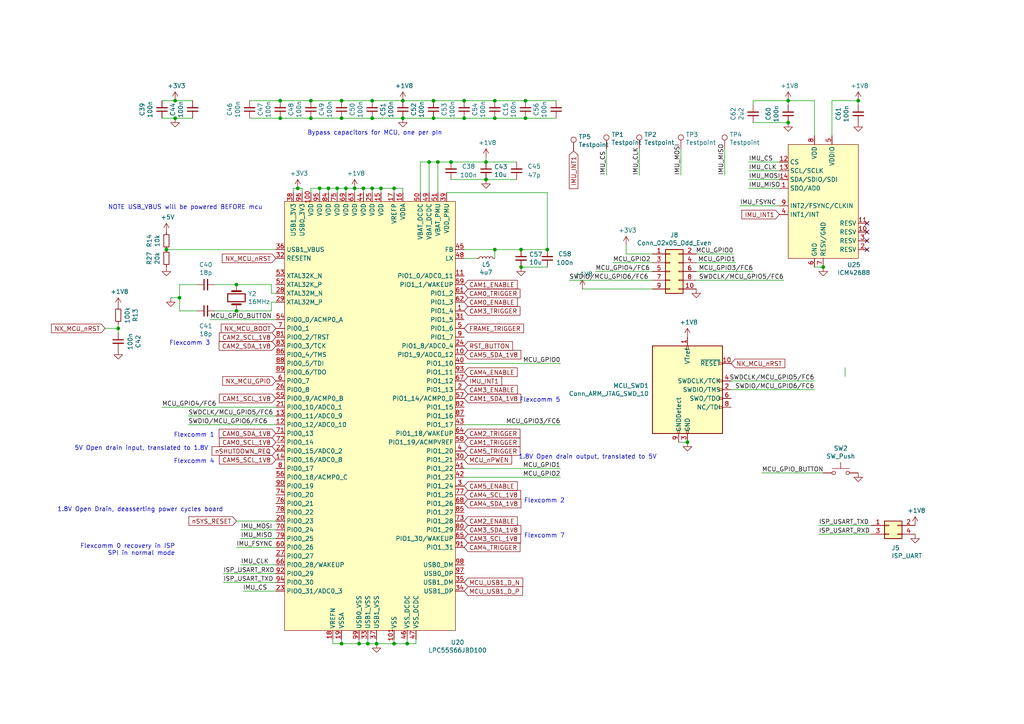
<source format=kicad_sch>
(kicad_sch (version 20200714) (host eeschema "5.99.0-unknown-6296b4e~102~ubuntu18.04.1")
  (page 1 6)
  (paper "A4")
  (junction (at 34.29 95.25))
  (junction (at 48.26 72.39))
  (junction (at 50.8 29.21))
  (junction (at 50.8 34.29))
  (junction (at 52.07 86.36))
  (junction (at 68.58 82.55))
  (junction (at 68.58 90.17))
  (junction (at 81.28 29.21))
  (junction (at 81.28 34.29))
  (junction (at 86.36 54.61))
  (junction (at 90.17 29.21))
  (junction (at 90.17 34.29))
  (junction (at 92.71 54.61))
  (junction (at 95.25 54.61))
  (junction (at 97.79 54.61))
  (junction (at 99.06 29.21))
  (junction (at 99.06 34.29))
  (junction (at 99.06 186.69))
  (junction (at 100.33 54.61))
  (junction (at 102.87 54.61))
  (junction (at 104.14 186.69))
  (junction (at 105.41 54.61))
  (junction (at 106.68 186.69))
  (junction (at 107.95 29.21))
  (junction (at 107.95 34.29))
  (junction (at 107.95 54.61))
  (junction (at 109.22 186.69))
  (junction (at 110.49 54.61))
  (junction (at 114.3 54.61))
  (junction (at 114.3 186.69))
  (junction (at 116.84 29.21))
  (junction (at 116.84 34.29))
  (junction (at 118.11 186.69))
  (junction (at 124.46 46.99))
  (junction (at 125.73 29.21))
  (junction (at 125.73 34.29))
  (junction (at 127 46.99))
  (junction (at 130.81 46.99))
  (junction (at 134.62 29.21))
  (junction (at 134.62 34.29))
  (junction (at 140.97 46.99))
  (junction (at 140.97 52.07))
  (junction (at 143.51 29.21))
  (junction (at 143.51 34.29))
  (junction (at 143.51 72.39))
  (junction (at 151.13 72.39))
  (junction (at 151.13 77.47))
  (junction (at 152.4 29.21))
  (junction (at 152.4 34.29))
  (junction (at 158.75 72.39))
  (junction (at 199.39 128.27))
  (junction (at 228.6 29.21))
  (junction (at 228.6 35.56))
  (junction (at 238.76 77.47))
  (junction (at 248.92 29.21))
  (no_connect (at 251.46 69.85))
  (no_connect (at 251.46 64.77))
  (no_connect (at 251.46 72.39))
  (no_connect (at 251.46 67.31))
  (wire (pts (xy 30.48 95.25) (xy 34.29 95.25)))
  (wire (pts (xy 34.29 95.25) (xy 34.29 93.98)))
  (wire (pts (xy 34.29 95.25) (xy 34.29 96.52)))
  (wire (pts (xy 46.99 29.21) (xy 50.8 29.21)))
  (wire (pts (xy 46.99 34.29) (xy 50.8 34.29)))
  (wire (pts (xy 46.99 118.11) (xy 80.01 118.11)))
  (wire (pts (xy 48.26 72.39) (xy 80.01 72.39)))
  (wire (pts (xy 49.53 86.36) (xy 52.07 86.36)))
  (wire (pts (xy 50.8 29.21) (xy 55.88 29.21)))
  (wire (pts (xy 50.8 34.29) (xy 55.88 34.29)))
  (wire (pts (xy 52.07 82.55) (xy 52.07 86.36)))
  (wire (pts (xy 52.07 82.55) (xy 57.15 82.55)))
  (wire (pts (xy 52.07 86.36) (xy 52.07 90.17)))
  (wire (pts (xy 52.07 90.17) (xy 57.15 90.17)))
  (wire (pts (xy 54.61 120.65) (xy 80.01 120.65)))
  (wire (pts (xy 54.61 123.19) (xy 80.01 123.19)))
  (wire (pts (xy 60.96 92.71) (xy 80.01 92.71)))
  (wire (pts (xy 62.23 82.55) (xy 68.58 82.55)))
  (wire (pts (xy 62.23 90.17) (xy 68.58 90.17)))
  (wire (pts (xy 64.77 166.37) (xy 80.01 166.37)))
  (wire (pts (xy 64.77 168.91) (xy 80.01 168.91)))
  (wire (pts (xy 68.58 90.17) (xy 78.74 90.17)))
  (wire (pts (xy 68.58 151.13) (xy 80.01 151.13)))
  (wire (pts (xy 68.58 158.75) (xy 80.01 158.75)))
  (wire (pts (xy 69.85 153.67) (xy 80.01 153.67)))
  (wire (pts (xy 69.85 156.21) (xy 80.01 156.21)))
  (wire (pts (xy 69.85 163.83) (xy 80.01 163.83)))
  (wire (pts (xy 70.485 171.45) (xy 80.01 171.45)))
  (wire (pts (xy 72.39 29.21) (xy 81.28 29.21)))
  (wire (pts (xy 72.39 34.29) (xy 81.28 34.29)))
  (wire (pts (xy 78.74 82.55) (xy 68.58 82.55)))
  (wire (pts (xy 78.74 85.09) (xy 78.74 82.55)))
  (wire (pts (xy 78.74 87.63) (xy 78.74 90.17)))
  (wire (pts (xy 80.01 85.09) (xy 78.74 85.09)))
  (wire (pts (xy 80.01 87.63) (xy 78.74 87.63)))
  (wire (pts (xy 81.28 29.21) (xy 90.17 29.21)))
  (wire (pts (xy 81.28 34.29) (xy 90.17 34.29)))
  (wire (pts (xy 85.09 54.61) (xy 86.36 54.61)))
  (wire (pts (xy 85.09 55.88) (xy 85.09 54.61)))
  (wire (pts (xy 86.36 54.61) (xy 87.63 54.61)))
  (wire (pts (xy 87.63 55.88) (xy 87.63 54.61)))
  (wire (pts (xy 90.17 29.21) (xy 99.06 29.21)))
  (wire (pts (xy 90.17 34.29) (xy 99.06 34.29)))
  (wire (pts (xy 90.17 54.61) (xy 90.17 55.88)))
  (wire (pts (xy 90.17 54.61) (xy 92.71 54.61)))
  (wire (pts (xy 92.71 54.61) (xy 92.71 55.88)))
  (wire (pts (xy 92.71 54.61) (xy 95.25 54.61)))
  (wire (pts (xy 95.25 54.61) (xy 95.25 55.88)))
  (wire (pts (xy 95.25 54.61) (xy 97.79 54.61)))
  (wire (pts (xy 96.52 185.42) (xy 96.52 186.69)))
  (wire (pts (xy 96.52 186.69) (xy 99.06 186.69)))
  (wire (pts (xy 97.79 54.61) (xy 97.79 55.88)))
  (wire (pts (xy 97.79 54.61) (xy 100.33 54.61)))
  (wire (pts (xy 99.06 29.21) (xy 107.95 29.21)))
  (wire (pts (xy 99.06 34.29) (xy 107.95 34.29)))
  (wire (pts (xy 99.06 185.42) (xy 99.06 186.69)))
  (wire (pts (xy 100.33 54.61) (xy 100.33 55.88)))
  (wire (pts (xy 102.87 54.61) (xy 100.33 54.61)))
  (wire (pts (xy 102.87 55.88) (xy 102.87 54.61)))
  (wire (pts (xy 104.14 185.42) (xy 104.14 186.69)))
  (wire (pts (xy 104.14 186.69) (xy 99.06 186.69)))
  (wire (pts (xy 104.14 186.69) (xy 106.68 186.69)))
  (wire (pts (xy 105.41 54.61) (xy 102.87 54.61)))
  (wire (pts (xy 105.41 54.61) (xy 107.95 54.61)))
  (wire (pts (xy 105.41 55.88) (xy 105.41 54.61)))
  (wire (pts (xy 106.68 185.42) (xy 106.68 186.69)))
  (wire (pts (xy 106.68 186.69) (xy 109.22 186.69)))
  (wire (pts (xy 107.95 29.21) (xy 116.84 29.21)))
  (wire (pts (xy 107.95 34.29) (xy 116.84 34.29)))
  (wire (pts (xy 107.95 54.61) (xy 107.95 55.88)))
  (wire (pts (xy 109.22 185.42) (xy 109.22 186.69)))
  (wire (pts (xy 109.22 186.69) (xy 114.3 186.69)))
  (wire (pts (xy 110.49 54.61) (xy 107.95 54.61)))
  (wire (pts (xy 110.49 54.61) (xy 114.3 54.61)))
  (wire (pts (xy 110.49 55.88) (xy 110.49 54.61)))
  (wire (pts (xy 114.3 54.61) (xy 114.3 55.88)))
  (wire (pts (xy 114.3 54.61) (xy 116.84 54.61)))
  (wire (pts (xy 114.3 185.42) (xy 114.3 186.69)))
  (wire (pts (xy 114.3 186.69) (xy 118.11 186.69)))
  (wire (pts (xy 116.84 29.21) (xy 125.73 29.21)))
  (wire (pts (xy 116.84 34.29) (xy 125.73 34.29)))
  (wire (pts (xy 116.84 54.61) (xy 116.84 55.88)))
  (wire (pts (xy 118.11 185.42) (xy 118.11 186.69)))
  (wire (pts (xy 118.11 186.69) (xy 120.65 186.69)))
  (wire (pts (xy 120.65 186.69) (xy 120.65 185.42)))
  (wire (pts (xy 121.92 46.99) (xy 124.46 46.99)))
  (wire (pts (xy 121.92 55.88) (xy 121.92 46.99)))
  (wire (pts (xy 124.46 46.99) (xy 124.46 55.88)))
  (wire (pts (xy 124.46 46.99) (xy 127 46.99)))
  (wire (pts (xy 125.73 29.21) (xy 134.62 29.21)))
  (wire (pts (xy 125.73 34.29) (xy 134.62 34.29)))
  (wire (pts (xy 127 46.99) (xy 127 55.88)))
  (wire (pts (xy 127 46.99) (xy 130.81 46.99)))
  (wire (pts (xy 129.54 55.88) (xy 158.75 55.88)))
  (wire (pts (xy 130.81 46.99) (xy 140.97 46.99)))
  (wire (pts (xy 130.81 52.07) (xy 140.97 52.07)))
  (wire (pts (xy 134.62 29.21) (xy 143.51 29.21)))
  (wire (pts (xy 134.62 34.29) (xy 143.51 34.29)))
  (wire (pts (xy 134.62 72.39) (xy 143.51 72.39)))
  (wire (pts (xy 134.62 74.93) (xy 138.43 74.93)))
  (wire (pts (xy 134.62 105.41) (xy 162.56 105.41)))
  (wire (pts (xy 134.62 123.19) (xy 162.56 123.19)))
  (wire (pts (xy 134.62 135.89) (xy 162.56 135.89)))
  (wire (pts (xy 134.62 138.43) (xy 162.56 138.43)))
  (wire (pts (xy 140.97 45.72) (xy 140.97 46.99)))
  (wire (pts (xy 140.97 46.99) (xy 149.86 46.99)))
  (wire (pts (xy 140.97 52.07) (xy 149.86 52.07)))
  (wire (pts (xy 143.51 29.21) (xy 152.4 29.21)))
  (wire (pts (xy 143.51 34.29) (xy 152.4 34.29)))
  (wire (pts (xy 143.51 72.39) (xy 143.51 74.93)))
  (wire (pts (xy 143.51 72.39) (xy 151.13 72.39)))
  (wire (pts (xy 151.13 72.39) (xy 158.75 72.39)))
  (wire (pts (xy 151.13 77.47) (xy 158.75 77.47)))
  (wire (pts (xy 152.4 29.21) (xy 161.29 29.21)))
  (wire (pts (xy 152.4 34.29) (xy 161.29 34.29)))
  (wire (pts (xy 158.75 55.88) (xy 158.75 72.39)))
  (wire (pts (xy 165.1 81.28) (xy 189.23 81.28)))
  (wire (pts (xy 168.91 83.82) (xy 189.23 83.82)))
  (wire (pts (xy 172.72 78.74) (xy 189.23 78.74)))
  (wire (pts (xy 175.895 43.18) (xy 175.895 50.8)))
  (wire (pts (xy 177.8 76.2) (xy 189.23 76.2)))
  (wire (pts (xy 181.61 71.12) (xy 181.61 73.66)))
  (wire (pts (xy 185.42 43.18) (xy 185.42 50.8)))
  (wire (pts (xy 189.23 73.66) (xy 181.61 73.66)))
  (wire (pts (xy 196.85 128.27) (xy 199.39 128.27)))
  (wire (pts (xy 197.485 43.18) (xy 197.485 50.8)))
  (wire (pts (xy 201.93 73.66) (xy 212.725 73.66)))
  (wire (pts (xy 201.93 76.2) (xy 213.36 76.2)))
  (wire (pts (xy 201.93 78.74) (xy 218.44 78.74)))
  (wire (pts (xy 201.93 81.28) (xy 227.33 81.28)))
  (wire (pts (xy 210.185 43.18) (xy 210.185 50.8)))
  (wire (pts (xy 212.09 110.49) (xy 236.22 110.49)))
  (wire (pts (xy 212.09 113.03) (xy 236.22 113.03)))
  (wire (pts (xy 214.63 59.69) (xy 226.06 59.69)))
  (wire (pts (xy 217.17 46.99) (xy 226.06 46.99)))
  (wire (pts (xy 217.17 49.53) (xy 226.06 49.53)))
  (wire (pts (xy 217.17 52.07) (xy 226.06 52.07)))
  (wire (pts (xy 217.17 54.61) (xy 226.06 54.61)))
  (wire (pts (xy 218.44 29.21) (xy 218.44 30.48)))
  (wire (pts (xy 218.44 29.21) (xy 228.6 29.21)))
  (wire (pts (xy 218.44 35.56) (xy 228.6 35.56)))
  (wire (pts (xy 220.98 137.16) (xy 238.76 137.16)))
  (wire (pts (xy 228.6 29.21) (xy 228.6 30.48)))
  (wire (pts (xy 228.6 29.21) (xy 236.22 29.21)))
  (wire (pts (xy 236.22 29.21) (xy 236.22 39.37)))
  (wire (pts (xy 236.22 77.47) (xy 238.76 77.47)))
  (wire (pts (xy 237.49 152.4) (xy 252.73 152.4)))
  (wire (pts (xy 237.49 154.94) (xy 252.73 154.94)))
  (wire (pts (xy 241.3 29.21) (xy 248.92 29.21)))
  (wire (pts (xy 241.3 39.37) (xy 241.3 29.21)))
  (wire (pts (xy 245.11 109.22) (xy 245.11 106.68)))
  (wire (pts (xy 248.92 29.21) (xy 248.92 30.48)))
  (text "5V Open drain input, translated to 1.8V" (at 21.59 130.81 0) (effects (font (size 1.27 1.27)) (justify left bottom)))
  (text "Flexcomm 0 recovery in ISP\nSPI in normal mode" (at 50.8 161.29 180) (effects (font (size 1.27 1.27)) (justify right bottom)))
  (text "Flexcomm 3" (at 60.96 100.33 180) (effects (font (size 1.27 1.27)) (justify right bottom)))
  (text "Flexcomm 1" (at 62.23 127 180) (effects (font (size 1.27 1.27)) (justify right bottom)))
  (text "Flexcomm 4" (at 62.23 134.62 180) (effects (font (size 1.27 1.27)) (justify right bottom)))
  (text "1.8V Open Drain, deasserting power cycles board" (at 64.77 148.59 180) (effects (font (size 1.27 1.27)) (justify right bottom)))
  (text "NOTE USB_VBUS will be powered BEFORE mcu" (at 76.2 60.96 180) (effects (font (size 1.27 1.27)) (justify right bottom)))
  (text "Bypass capacitors for MCU, one per pIn" (at 128.27 39.37 180) (effects (font (size 1.27 1.27)) (justify right bottom)))
  (text "Flexcomm 5" (at 162.56 116.84 180) (effects (font (size 1.27 1.27)) (justify right bottom)))
  (text "Flexcomm 2" (at 163.83 146.05 180) (effects (font (size 1.27 1.27)) (justify right bottom)))
  (text "Flexcomm 7" (at 163.83 156.21 180) (effects (font (size 1.27 1.27)) (justify right bottom)))
  (text "1.8V Open drain output, translated to 5V" (at 190.5 133.35 180) (effects (font (size 1.27 1.27)) (justify right bottom)))
  (label "MCU_GPIO4{slash}FC6" (at 46.99 118.11 0))
  (label "SWDCLK{slash}MCU_GPIO5{slash}FC6" (at 54.61 120.65 0))
  (label "SWDIO{slash}MCU_GPIO6{slash}FC6" (at 54.61 123.19 0))
  (label "MCU_GPIO_BUTTON" (at 60.96 92.71 0))
  (label "ISP_USART_RXD" (at 64.77 166.37 0))
  (label "ISP_USART_TXD" (at 64.77 168.91 0))
  (label "IMU_FSYNC" (at 68.58 158.75 0))
  (label "IMU_MOSI" (at 69.85 153.67 0))
  (label "IMU_MISO" (at 69.85 156.21 0))
  (label "IMU_CLK" (at 69.85 163.83 0))
  (label "IMU_CS" (at 70.485 171.45 0))
  (label "MCU_GPIO0" (at 162.56 105.41 180))
  (label "MCU_GPIO3{slash}FC6" (at 162.56 123.19 180))
  (label "MCU_GPIO1" (at 162.56 135.89 180))
  (label "MCU_GPIO2" (at 162.56 138.43 180))
  (label "SWDIO{slash}MCU_GPIO6{slash}FC6" (at 165.1 81.28 0))
  (label "MCU_GPIO4{slash}FC6" (at 172.72 78.74 0))
  (label "IMU_CS" (at 175.895 50.8 90))
  (label "MCU_GPIO2" (at 177.8 76.2 0))
  (label "IMU_CLK" (at 185.42 50.8 90))
  (label "IMU_MOSI" (at 197.485 50.8 90))
  (label "IMU_MISO" (at 210.185 50.8 90))
  (label "MCU_GPIO0" (at 212.725 73.66 180))
  (label "MCU_GPIO1" (at 213.36 76.2 180))
  (label "IMU_FSYNC" (at 214.63 59.69 0))
  (label "IMU_CS" (at 217.17 46.99 0))
  (label "IMU_CLK" (at 217.17 49.53 0))
  (label "IMU_MOSI" (at 217.17 52.07 0))
  (label "IMU_MISO" (at 217.17 54.61 0))
  (label "MCU_GPIO3{slash}FC6" (at 218.44 78.74 180))
  (label "MCU_GPIO_BUTTON" (at 220.98 137.16 0))
  (label "SWDCLK{slash}MCU_GPIO5{slash}FC6" (at 227.33 81.28 180))
  (label "SWDCLK{slash}MCU_GPIO5{slash}FC6" (at 236.22 110.49 180))
  (label "SWDIO{slash}MCU_GPIO6{slash}FC6" (at 236.22 113.03 180))
  (label "ISP_USART_TXD" (at 237.49 152.4 0))
  (label "ISP_USART_RXD" (at 237.49 154.94 0))
  (global_label "NX_MCU_nRST" (shape input) (at 30.48 95.25 180))
  (global_label "nSYS_RESET" (shape input) (at 68.58 151.13 180))
  (global_label "NX_MCU_nRST" (shape input) (at 80.01 74.93 180))
  (global_label "NX_MCU_BOOT" (shape input) (at 80.01 95.25 180))
  (global_label "CAM2_SCL_1V8" (shape input) (at 80.01 97.79 180))
  (global_label "CAM2_SDA_1V8" (shape input) (at 80.01 100.33 180))
  (global_label "NX_MCU_GPIO" (shape input) (at 80.01 110.49 180))
  (global_label "CAM1_SCL_1V8" (shape input) (at 80.01 115.57 180))
  (global_label "CAM0_SDA_1V8" (shape input) (at 80.01 125.73 180))
  (global_label "CAM0_SCL_1V8" (shape input) (at 80.01 128.27 180))
  (global_label "nSHUTDOWN_REQ" (shape input) (at 80.01 130.81 180))
  (global_label "CAM5_SCL_1V8" (shape input) (at 80.01 133.35 180))
  (global_label "CAM1_ENABLE" (shape input) (at 134.62 82.55 0))
  (global_label "CAM0_TRIGGER" (shape input) (at 134.62 85.09 0))
  (global_label "CAM0_ENABLE" (shape input) (at 134.62 87.63 0))
  (global_label "CAM3_TRIGGER" (shape input) (at 134.62 90.17 0))
  (global_label "FRAME_TRIGGER" (shape input) (at 134.62 95.25 0))
  (global_label "RST_BUTTON" (shape input) (at 134.62 100.33 0))
  (global_label "CAM5_SDA_1V8" (shape input) (at 134.62 102.87 0))
  (global_label "CAM4_ENABLE" (shape input) (at 134.62 107.95 0))
  (global_label "IMU_INT1" (shape input) (at 134.62 110.49 0))
  (global_label "CAM3_ENABLE" (shape input) (at 134.62 113.03 0))
  (global_label "CAM1_SDA_1V8" (shape input) (at 134.62 115.57 0))
  (global_label "CAM2_TRIGGER" (shape input) (at 134.62 125.73 0))
  (global_label "CAM1_TRIGGER" (shape input) (at 134.62 128.27 0))
  (global_label "CAM5_TRIGGER" (shape input) (at 134.62 130.81 0))
  (global_label "MCU_nPWEN" (shape input) (at 134.62 133.35 0))
  (global_label "CAM5_ENABLE" (shape input) (at 134.62 140.97 0))
  (global_label "CAM4_SCL_1V8" (shape input) (at 134.62 143.51 0))
  (global_label "CAM4_SDA_1V8" (shape input) (at 134.62 146.05 0))
  (global_label "CAM2_ENABLE" (shape input) (at 134.62 151.13 0))
  (global_label "CAM3_SDA_1V8" (shape input) (at 134.62 153.67 0))
  (global_label "CAM3_SCL_1V8" (shape input) (at 134.62 156.21 0))
  (global_label "CAM4_TRIGGER" (shape input) (at 134.62 158.75 0))
  (global_label "MCU_USB1_D_N" (shape input) (at 134.62 168.91 0))
  (global_label "MCU_USB1_D_P" (shape input) (at 134.62 171.45 0))
  (global_label "IMU_INT1" (shape input) (at 166.37 43.815 270))
  (global_label "NX_MCU_nRST" (shape input) (at 212.09 105.41 0))
  (global_label "IMU_INT1" (shape input) (at 226.06 62.23 180))
  (symbol (lib_id "Device:L_Small") (at 140.97 74.93 90) (unit 1)
    (property "Reference" "L5" (at 140.97 76.6888 90))
    (property "Value" "4u7" (at 140.97 78.987 90))
    (property "Footprint" "Inductor_SMD:L_0805_2012Metric" (effects hide))
    (property "D1N" "Digikey" (effects hide))
    (property "D1PN" "490-12073-1-ND" (effects hide))
    (property "MFN" "Murata" (effects hide))
    (property "MPN" "LQM2MPN4R7MG0L" (effects hide))
  )
  (symbol (lib_name "Connector:TestPoint_1") (lib_id "Connector:TestPoint") (at 166.37 43.815 0) (unit 1)
    (property "Reference" "TP5" (at 167.7671 39.6748 0) (effects (justify left)))
    (property "Value" "Testpoint" (at 167.767 41.974 0) (effects (justify left)))
    (property "Footprint" "TestPoint:TestPoint_Pad_D1.0mm" (effects hide))
  )
  (symbol (lib_name "Connector:TestPoint_2") (lib_id "Connector:TestPoint") (at 175.895 43.18 0) (unit 1)
    (property "Reference" "TP1" (at 177.2921 39.0398 0) (effects (justify left)))
    (property "Value" "Testpoint" (at 177.292 41.339 0) (effects (justify left)))
    (property "Footprint" "TestPoint:TestPoint_Pad_D1.0mm" (effects hide))
  )
  (symbol (lib_name "Connector:TestPoint_3") (lib_id "Connector:TestPoint") (at 185.42 43.18 0) (unit 1)
    (property "Reference" "TP2" (at 186.8171 39.0398 0) (effects (justify left)))
    (property "Value" "Testpoint" (at 186.817 41.339 0) (effects (justify left)))
    (property "Footprint" "TestPoint:TestPoint_Pad_D1.0mm" (effects hide))
  )
  (symbol (lib_name "Connector:TestPoint_4") (lib_id "Connector:TestPoint") (at 197.485 43.18 0) (unit 1)
    (property "Reference" "TP3" (at 198.8821 39.0398 0) (effects (justify left)))
    (property "Value" "Testpoint" (at 198.882 41.339 0) (effects (justify left)))
    (property "Footprint" "TestPoint:TestPoint_Pad_D1.0mm" (effects hide))
  )
  (symbol (lib_id "Connector:TestPoint") (at 210.185 43.18 0) (unit 1)
    (property "Reference" "TP4" (at 211.5821 39.0398 0) (effects (justify left)))
    (property "Value" "Testpoint" (at 211.582 41.339 0) (effects (justify left)))
    (property "Footprint" "TestPoint:TestPoint_Pad_D1.0mm" (effects hide))
  )
  (symbol (lib_id "power:+1V8") (at 34.29 88.9 0) (unit 1)
    (property "Reference" "#PWR0211" (effects hide))
    (property "Value" "+1V8" (at 34.6583 84.5756 0))
  )
  (symbol (lib_id "power:+5V") (at 48.26 67.31 0) (unit 1)
    (property "Reference" "#PWR0209" (effects hide))
    (property "Value" "+5V" (at 48.6283 62.9856 0))
  )
  (symbol (lib_id "power:+3.3V") (at 50.8 29.21 0) (unit 1)
    (property "Reference" "#PWR0188" (effects hide))
    (property "Value" "+3.3V" (at 51.181 24.892 0))
  )
  (symbol (lib_id "power:+3V3") (at 86.36 54.61 0) (unit 1)
    (property "Reference" "#PWR0214" (effects hide))
    (property "Value" "+3V3" (at 86.741 50.292 0))
  )
  (symbol (lib_id "power:+1V8") (at 102.87 54.61 0) (unit 1)
    (property "Reference" "#PWR0213" (effects hide))
    (property "Value" "+1V8" (at 103.251 50.292 0))
  )
  (symbol (lib_id "power:+1V8") (at 116.84 29.21 0) (unit 1)
    (property "Reference" "#PWR0208" (effects hide))
    (property "Value" "+1V8" (at 117.2083 24.8856 0))
  )
  (symbol (lib_id "power:+1V8") (at 140.97 45.72 0) (unit 1)
    (property "Reference" "#PWR0219" (effects hide))
    (property "Value" "+1V8" (at 141.351 41.402 0))
  )
  (symbol (lib_id "power:+1V8") (at 168.91 83.82 0) (unit 1)
    (property "Reference" "#PWR0239" (effects hide))
    (property "Value" "+1V8" (at 169.291 79.502 0))
  )
  (symbol (lib_id "power:+3V3") (at 181.61 71.12 0) (unit 1)
    (property "Reference" "#PWR0238" (effects hide))
    (property "Value" "+3V3" (at 181.991 66.802 0))
  )
  (symbol (lib_id "power:+1V8") (at 199.39 97.79 0) (unit 1)
    (property "Reference" "#PWR0217" (effects hide))
    (property "Value" "+1V8" (at 199.771 93.472 0))
  )
  (symbol (lib_id "power:+1V8") (at 228.6 29.21 0) (unit 1)
    (property "Reference" "#PWR0234" (effects hide))
    (property "Value" "+1V8" (at 228.981 24.892 0))
  )
  (symbol (lib_id "power:+1V8") (at 248.92 29.21 0) (unit 1)
    (property "Reference" "#PWR0194" (effects hide))
    (property "Value" "+1V8" (at 249.301 24.892 0))
  )
  (symbol (lib_id "power:+1V8") (at 265.43 152.4 0) (unit 1)
    (property "Reference" "#PWR0237" (effects hide))
    (property "Value" "+1V8" (at 265.811 148.082 0))
  )
  (symbol (lib_id "power:GND") (at 34.29 101.6 0) (unit 1)
    (property "Reference" "#PWR0215" (effects hide))
    (property "Value" "GND" (effects hide))
  )
  (symbol (lib_id "power:GND") (at 48.26 77.47 0) (unit 1)
    (property "Reference" "#PWR0190" (effects hide))
    (property "Value" "GND" (effects hide))
  )
  (symbol (lib_id "power:GND") (at 49.53 86.36 0) (unit 1)
    (property "Reference" "#PWR0212" (effects hide))
    (property "Value" "GND" (effects hide))
  )
  (symbol (lib_id "power:GND") (at 50.8 34.29 0) (unit 1)
    (property "Reference" "#PWR0210" (effects hide))
    (property "Value" "GND" (effects hide))
  )
  (symbol (lib_id "power:GND") (at 109.22 186.69 0) (unit 1)
    (property "Reference" "#PWR0207" (effects hide))
    (property "Value" "GND" (effects hide))
  )
  (symbol (lib_id "power:GND") (at 116.84 34.29 0) (unit 1)
    (property "Reference" "#PWR0187" (effects hide))
    (property "Value" "GND" (effects hide))
  )
  (symbol (lib_id "power:GND") (at 140.97 52.07 0) (unit 1)
    (property "Reference" "#PWR0220" (effects hide))
    (property "Value" "GND" (effects hide))
  )
  (symbol (lib_id "power:GND") (at 151.13 77.47 0) (unit 1)
    (property "Reference" "#PWR0216" (effects hide))
    (property "Value" "GND" (effects hide))
  )
  (symbol (lib_id "power:GND") (at 199.39 128.27 0) (unit 1)
    (property "Reference" "#PWR0218" (effects hide))
    (property "Value" "GND" (effects hide))
  )
  (symbol (lib_id "power:GND") (at 201.93 83.82 0) (unit 1)
    (property "Reference" "#PWR0240" (effects hide))
    (property "Value" "GND" (effects hide))
  )
  (symbol (lib_id "power:GND") (at 228.6 35.56 0) (unit 1)
    (property "Reference" "#PWR0195" (effects hide))
    (property "Value" "GND" (effects hide))
  )
  (symbol (lib_id "power:GND") (at 238.76 77.47 0) (unit 1)
    (property "Reference" "#PWR0199" (effects hide))
    (property "Value" "GND" (effects hide))
  )
  (symbol (lib_id "power:GND") (at 248.92 35.56 0) (unit 1)
    (property "Reference" "#PWR0197" (effects hide))
    (property "Value" "GND" (effects hide))
  )
  (symbol (lib_id "power:GND") (at 248.92 137.16 0) (unit 1)
    (property "Reference" "#PWR0135" (effects hide))
    (property "Value" "GND" (effects hide))
  )
  (symbol (lib_id "power:GND") (at 265.43 154.94 0) (unit 1)
    (property "Reference" "#PWR0133" (effects hide))
    (property "Value" "GND" (effects hide))
  )
  (symbol (lib_name "Device:R_Small_3") (lib_id "Device:R_Small") (at 34.29 91.44 180) (unit 1)
    (property "Reference" "R13" (at 39.243 91.44 90))
    (property "Value" "100k" (at 36.9316 91.44 90))
    (property "Footprint" "Resistor_SMD:R_0402_1005Metric" (effects hide))
    (property "D1N" "Digikey" (effects hide))
    (property "D1PN" "P100KDECT-ND" (effects hide))
    (property "MFN" "Panasonic" (effects hide))
    (property "MPN" "ERA-2AED104X" (effects hide))
  )
  (symbol (lib_name "Device:R_Small_1") (lib_id "Device:R_Small") (at 48.26 69.85 0) (unit 1)
    (property "Reference" "R14" (at 43.307 69.85 90))
    (property "Value" "10k" (at 45.618 69.85 90))
    (property "Footprint" "Resistor_SMD:R_0402_1005Metric" (effects hide))
    (property "D1N" "Digikey" (effects hide))
    (property "D1PN" "P10KDECT-ND" (effects hide))
    (property "MFN" "Panasonic" (effects hide))
    (property "MPN" "ERA-2AED103X" (effects hide))
  )
  (symbol (lib_name "Device:R_Small_2") (lib_id "Device:R_Small") (at 48.26 74.93 0) (unit 1)
    (property "Reference" "R27" (at 43.307 74.93 90))
    (property "Value" "20k" (at 45.618 74.93 90))
    (property "Footprint" "Resistor_SMD:R_0402_1005Metric" (effects hide))
    (property "D1N" "Digikey" (effects hide))
    (property "D1PN" "P20KDECT-ND" (effects hide))
    (property "MFN" "Panasonic" (effects hide))
    (property "MPN" "ERA-2AED203X" (effects hide))
  )
  (symbol (lib_id "Device:C_Small") (at 34.29 99.06 0) (unit 1)
    (property "Reference" "C42" (at 40.0558 99.06 90))
    (property "Value" "100n" (at 37.7698 99.06 90))
    (property "Footprint" "Capacitor_SMD:C_0402_1005Metric" (effects hide))
    (property "D1N" "Digikey" (effects hide))
    (property "D1PN" "1276-1004-1-ND" (effects hide))
    (property "MFN" "Samsung" (effects hide))
    (property "MPN" "CL05F104ZO5NNNC" (effects hide))
  )
  (symbol (lib_id "Device:C_Small") (at 46.99 31.75 180) (unit 1)
    (property "Reference" "C39" (at 41.2242 31.75 90))
    (property "Value" "100n" (at 43.5102 31.75 90))
    (property "Footprint" "Capacitor_SMD:C_0402_1005Metric" (effects hide))
    (property "D1N" "Digikey" (effects hide))
    (property "D1PN" "1276-1004-1-ND" (effects hide))
    (property "MFN" "Samsung" (effects hide))
    (property "MPN" "CL05F104ZO5NNNC" (effects hide))
  )
  (symbol (lib_id "Device:C_Small") (at 55.88 31.75 180) (unit 1)
    (property "Reference" "C44" (at 50.1142 31.75 90))
    (property "Value" "100n" (at 52.4002 31.75 90))
    (property "Footprint" "Capacitor_SMD:C_0402_1005Metric" (effects hide))
    (property "D1N" "Digikey" (effects hide))
    (property "D1PN" "1276-1004-1-ND" (effects hide))
    (property "MFN" "Samsung" (effects hide))
    (property "MPN" "CL05F104ZO5NNNC" (effects hide))
  )
  (symbol (lib_id "Device:C_Small") (at 59.69 82.55 90) (unit 1)
    (property "Reference" "C40" (at 59.69 76.7842 90))
    (property "Value" "18p" (at 59.69 79.0702 90))
    (property "Footprint" "Capacitor_SMD:C_0402_1005Metric" (effects hide))
    (property "D1N" "Digikey" (effects hide))
    (property "D1PN" "311-1415-1-ND" (effects hide))
    (property "MFN" "Yageo" (effects hide))
    (property "MPN" "CC0402JRNPO9BN180" (effects hide))
  )
  (symbol (lib_id "Device:C_Small") (at 59.69 90.17 90) (unit 1)
    (property "Reference" "C41" (at 59.69 94.5642 90))
    (property "Value" "18p" (at 59.69 96.8502 90))
    (property "Footprint" "Capacitor_SMD:C_0402_1005Metric" (effects hide))
    (property "D1N" "Digikey" (effects hide))
    (property "D1PN" "311-1415-1-ND" (effects hide))
    (property "MFN" "Yageo" (effects hide))
    (property "MPN" "CC0402JRNPO9BN180" (effects hide))
  )
  (symbol (lib_id "Device:C_Small") (at 72.39 31.75 180) (unit 1)
    (property "Reference" "C46" (at 66.6242 31.75 90))
    (property "Value" "100n" (at 68.9102 31.75 90))
    (property "Footprint" "Capacitor_SMD:C_0402_1005Metric" (effects hide))
    (property "D1N" "Digikey" (effects hide))
    (property "D1PN" "1276-1004-1-ND" (effects hide))
    (property "MFN" "Samsung" (effects hide))
    (property "MPN" "CL05F104ZO5NNNC" (effects hide))
  )
  (symbol (lib_id "Device:C_Small") (at 81.28 31.75 180) (unit 1)
    (property "Reference" "C47" (at 75.5142 31.75 90))
    (property "Value" "100n" (at 77.8002 31.75 90))
    (property "Footprint" "Capacitor_SMD:C_0402_1005Metric" (effects hide))
    (property "D1N" "Digikey" (effects hide))
    (property "D1PN" "1276-1004-1-ND" (effects hide))
    (property "MFN" "Samsung" (effects hide))
    (property "MPN" "CL05F104ZO5NNNC" (effects hide))
  )
  (symbol (lib_id "Device:C_Small") (at 90.17 31.75 180) (unit 1)
    (property "Reference" "C48" (at 84.4042 31.75 90))
    (property "Value" "100n" (at 86.6902 31.75 90))
    (property "Footprint" "Capacitor_SMD:C_0402_1005Metric" (effects hide))
    (property "D1N" "Digikey" (effects hide))
    (property "D1PN" "1276-1004-1-ND" (effects hide))
    (property "MFN" "Samsung" (effects hide))
    (property "MPN" "CL05F104ZO5NNNC" (effects hide))
  )
  (symbol (lib_id "Device:C_Small") (at 99.06 31.75 180) (unit 1)
    (property "Reference" "C49" (at 93.2942 31.75 90))
    (property "Value" "100n" (at 95.5802 31.75 90))
    (property "Footprint" "Capacitor_SMD:C_0402_1005Metric" (effects hide))
    (property "D1N" "Digikey" (effects hide))
    (property "D1PN" "1276-1004-1-ND" (effects hide))
    (property "MFN" "Samsung" (effects hide))
    (property "MPN" "CL05F104ZO5NNNC" (effects hide))
  )
  (symbol (lib_id "Device:C_Small") (at 107.95 31.75 180) (unit 1)
    (property "Reference" "C50" (at 102.1842 31.75 90))
    (property "Value" "100n" (at 104.4702 31.75 90))
    (property "Footprint" "Capacitor_SMD:C_0402_1005Metric" (effects hide))
    (property "D1N" "Digikey" (effects hide))
    (property "D1PN" "1276-1004-1-ND" (effects hide))
    (property "MFN" "Samsung" (effects hide))
    (property "MPN" "CL05F104ZO5NNNC" (effects hide))
  )
  (symbol (lib_id "Device:C_Small") (at 116.84 31.75 180) (unit 1)
    (property "Reference" "C51" (at 111.0742 31.75 90))
    (property "Value" "100n" (at 113.3602 31.75 90))
    (property "Footprint" "Capacitor_SMD:C_0402_1005Metric" (effects hide))
    (property "D1N" "Digikey" (effects hide))
    (property "D1PN" "1276-1004-1-ND" (effects hide))
    (property "MFN" "Samsung" (effects hide))
    (property "MPN" "CL05F104ZO5NNNC" (effects hide))
  )
  (symbol (lib_id "Device:C_Small") (at 125.73 31.75 180) (unit 1)
    (property "Reference" "C52" (at 119.9642 31.75 90))
    (property "Value" "100n" (at 122.2502 31.75 90))
    (property "Footprint" "Capacitor_SMD:C_0402_1005Metric" (effects hide))
    (property "D1N" "Digikey" (effects hide))
    (property "D1PN" "1276-1004-1-ND" (effects hide))
    (property "MFN" "Samsung" (effects hide))
    (property "MPN" "CL05F104ZO5NNNC" (effects hide))
  )
  (symbol (lib_name "Device:C_Small_4") (lib_id "Device:C_Small") (at 130.81 49.53 180) (unit 1)
    (property "Reference" "C38" (at 135.89 48.26 0))
    (property "Value" "100n" (at 135.89 50.8 0))
    (property "Footprint" "Capacitor_SMD:C_0402_1005Metric" (effects hide))
    (property "D1N" "Digikey" (effects hide))
    (property "D1PN" "1276-1004-1-ND" (effects hide))
    (property "MFN" "Samsung" (effects hide))
    (property "MPN" "CL05F104ZO5NNNC" (effects hide))
  )
  (symbol (lib_id "Device:C_Small") (at 134.62 31.75 180) (unit 1)
    (property "Reference" "C53" (at 128.8542 31.75 90))
    (property "Value" "100n" (at 131.1402 31.75 90))
    (property "Footprint" "Capacitor_SMD:C_0402_1005Metric" (effects hide))
    (property "D1N" "Digikey" (effects hide))
    (property "D1PN" "1276-1004-1-ND" (effects hide))
    (property "MFN" "Samsung" (effects hide))
    (property "MPN" "CL05F104ZO5NNNC" (effects hide))
  )
  (symbol (lib_name "Device:C_Small_3") (lib_id "Device:C_Small") (at 140.97 49.53 0) (unit 1)
    (property "Reference" "C43" (at 143.3068 48.387 0) (effects (justify left)))
    (property "Value" "10u" (at 143.307 50.673 0) (effects (justify left)))
    (property "Footprint" "Capacitor_SMD:C_0603_1608Metric" (effects hide))
    (property "D1N" "Digikey" (effects hide))
    (property "D1PN" "490-14372-1-ND" (effects hide))
    (property "MFN" "Murata" (effects hide))
    (property "MPN" "GRM188R61A106KE69J" (effects hide))
  )
  (symbol (lib_id "Device:C_Small") (at 143.51 31.75 180) (unit 1)
    (property "Reference" "C54" (at 137.7442 31.75 90))
    (property "Value" "100n" (at 140.0302 31.75 90))
    (property "Footprint" "Capacitor_SMD:C_0402_1005Metric" (effects hide))
    (property "D1N" "Digikey" (effects hide))
    (property "D1PN" "1276-1004-1-ND" (effects hide))
    (property "MFN" "Samsung" (effects hide))
    (property "MPN" "CL05F104ZO5NNNC" (effects hide))
  )
  (symbol (lib_name "Device:C_Small_5") (lib_id "Device:C_Small") (at 149.86 49.53 180) (unit 1)
    (property "Reference" "C45" (at 154.94 48.26 0))
    (property "Value" "47p" (at 154.94 50.8 0))
    (property "Footprint" "Capacitor_SMD:C_0402_1005Metric" (effects hide))
    (property "D1N" "Digikey" (effects hide))
    (property "D1PN" "399-7796-1-ND" (effects hide))
    (property "MFN" "Kemet" (effects hide))
    (property "MPN" "C0402C470K5GACTU" (effects hide))
  )
  (symbol (lib_name "Device:C_Small_1") (lib_id "Device:C_Small") (at 151.13 74.93 0) (unit 1)
    (property "Reference" "C57" (at 153.4542 73.7806 0) (effects (justify left)))
    (property "Value" "10u" (at 153.454 76.079 0) (effects (justify left)))
    (property "Footprint" "Capacitor_SMD:C_0603_1608Metric" (effects hide))
    (property "D1N" "Digikey" (effects hide))
    (property "D1PN" "490-14372-1-ND" (effects hide))
    (property "MFN" "Murata" (effects hide))
    (property "MPN" "GRM188R61A106KE69J" (effects hide))
  )
  (symbol (lib_id "Device:C_Small") (at 152.4 31.75 180) (unit 1)
    (property "Reference" "C15" (at 146.6342 31.75 90))
    (property "Value" "100n" (at 148.9202 31.75 90))
    (property "Footprint" "Capacitor_SMD:C_0402_1005Metric" (effects hide))
    (property "D1N" "Digikey" (effects hide))
    (property "D1PN" "1276-1004-1-ND" (effects hide))
    (property "MFN" "Samsung" (effects hide))
    (property "MPN" "CL05F104ZO5NNNC" (effects hide))
  )
  (symbol (lib_name "Device:C_Small_2") (lib_id "Device:C_Small") (at 158.75 74.93 180) (unit 1)
    (property "Reference" "C58" (at 163.83 73.66 0))
    (property "Value" "100n" (at 163.83 76.2 0))
    (property "Footprint" "Capacitor_SMD:C_0402_1005Metric" (effects hide))
    (property "D1N" "Digikey" (effects hide))
    (property "D1PN" "1276-1004-1-ND" (effects hide))
    (property "MFN" "Samsung" (effects hide))
    (property "MPN" "CL05F104ZO5NNNC" (effects hide))
  )
  (symbol (lib_id "Device:C_Small") (at 161.29 31.75 180) (unit 1)
    (property "Reference" "C56" (at 155.5242 31.75 90))
    (property "Value" "100n" (at 157.8102 31.75 90))
    (property "Footprint" "Capacitor_SMD:C_0402_1005Metric" (effects hide))
    (property "D1N" "Digikey" (effects hide))
    (property "D1PN" "1276-1004-1-ND" (effects hide))
    (property "MFN" "Samsung" (effects hide))
    (property "MPN" "CL05F104ZO5NNNC" (effects hide))
  )
  (symbol (lib_name "Device:C_Small_6") (lib_id "Device:C_Small") (at 218.44 33.02 180) (unit 1)
    (property "Reference" "C62" (at 212.6742 33.02 90))
    (property "Value" "2u2" (at 214.9602 33.02 90))
    (property "Footprint" "Capacitor_SMD:C_0402_1005Metric" (effects hide))
    (property "D1N" "Digikey" (effects hide))
    (property "D1PN" "490-10451-1-ND" (effects hide))
    (property "MFN" "Murata" (effects hide))
    (property "MPN" "GRM155R61A225KE95D" (effects hide))
  )
  (symbol (lib_id "Device:C_Small") (at 228.6 33.02 180) (unit 1)
    (property "Reference" "C60" (at 222.8342 33.02 90))
    (property "Value" "100n" (at 225.1202 33.02 90))
    (property "Footprint" "Capacitor_SMD:C_0402_1005Metric" (effects hide))
    (property "D1N" "Digikey" (effects hide))
    (property "D1PN" "1276-1004-1-ND" (effects hide))
    (property "MFN" "Samsung" (effects hide))
    (property "MPN" "CL05F104ZO5NNNC" (effects hide))
  )
  (symbol (lib_id "Device:C_Small") (at 248.92 33.02 180) (unit 1)
    (property "Reference" "C61" (at 243.1542 33.02 90))
    (property "Value" "100n" (at 245.4402 33.02 90))
    (property "Footprint" "Capacitor_SMD:C_0402_1005Metric" (effects hide))
    (property "D1N" "Digikey" (effects hide))
    (property "D1PN" "1276-1004-1-ND" (effects hide))
    (property "MFN" "Samsung" (effects hide))
    (property "MPN" "CL05F104ZO5NNNC" (effects hide))
  )
  (symbol (lib_id "Switch:SW_Push") (at 243.84 137.16 0) (unit 1)
    (property "Reference" "SW2" (at 243.84 130.029 0))
    (property "Value" "SW_Push" (at 243.84 132.3275 0))
    (property "Footprint" "Button_Switch_THT:SW_PUSH_6mm_H5mm" (effects hide))
    (property "D1N" "Digikey" (effects hide))
    (property "D1PN" "450-1804-ND" (effects hide))
    (property "MFN" "TE Connectivity" (effects hide))
    (property "MPN" "1825910-7" (effects hide))
  )
  (symbol (lib_id "Device:Crystal") (at 68.58 86.36 90) (unit 1)
    (property "Reference" "Y2" (at 71.9074 85.217 90) (effects (justify right)))
    (property "Value" "16MHz" (at 71.907 87.503 90) (effects (justify right)))
    (property "Footprint" "Crystal:Crystal_SMD_5032-2Pin_5.0x3.2mm" (effects hide))
    (property "D1N" "Digikey" (effects hide))
    (property "D1PN" "478-4362-1-ND" (effects hide))
    (property "MFN" "Kyocera" (effects hide))
    (property "MPN" "CX5032GB16000H0PESZZ" (effects hide))
  )
  (symbol (lib_id "Connector_Generic:Conn_02x02_Odd_Even") (at 257.81 152.4 0) (unit 1)
    (property "Reference" "J5" (at 258.572 158.921 0) (effects (justify left)))
    (property "Value" "ISP_UART" (at 258.572 161.22 0) (effects (justify left)))
    (property "Footprint" "Connector_PinHeader_2.54mm:PinHeader_2x02_P2.54mm_Vertical" (effects hide))
    (property "D1N" "Digikey" (effects hide))
    (property "D1PN" "952-1772-ND" (effects hide))
    (property "MFN" "Harwin" (effects hide))
    (property "MPN" "M20-9760246" (effects hide))
  )
  (symbol (lib_id "Connector_Generic:Conn_02x05_Odd_Even") (at 194.31 78.74 0) (unit 1)
    (property "Reference" "J8" (at 195.58 68.18 0))
    (property "Value" "Conn_02x05_Odd_Even" (at 195.58 70.4785 0))
    (property "Footprint" "Connector_PinHeader_2.54mm:PinHeader_2x05_P2.54mm_Vertical" (effects hide))
    (property "D1N" "Digikey" (effects hide))
    (property "D1PN" "S6105-ND" (effects hide))
    (property "MFN" "Sullins" (effects hide))
    (property "MPN" "PPTC052LFBN-RC" (effects hide))
  )
  (symbol (lib_id "Connector:Conn_ARM_JTAG_SWD_10") (at 199.39 113.03 0) (unit 1)
    (property "Reference" "MCU_SWD1" (at 188.214 111.887 0) (effects (justify right)))
    (property "Value" "Conn_ARM_JTAG_SWD_10" (at 188.214 114.173 0) (effects (justify right)))
    (property "Footprint" "Connector_PinHeader_1.27mm:PinHeader_2x05_P1.27mm_Vertical" (effects hide))
    (property "Datasheet" "http://infocenter.arm.com/help/topic/com.arm.doc.ddi0314h/DDI0314H_coresight_components_trm.pdf" (effects hide))
    (property "D1N" "Digikey" (effects hide))
    (property "D1PN" "609-3712-ND" (effects hide))
    (property "MFN" "Amphenol" (effects hide))
    (property "MPN" "20021111-00010T4LF" (effects hide))
  )
  (symbol (lib_id "IMU:ICM42686") (at 238.76 57.15 0) (unit 1)
    (property "Reference" "U25" (at 247.65 76.8158 0))
    (property "Value" "ICM42688" (at 247.65 79.115 0))
    (property "Footprint" "Package_LGA:LGA-14_3x2.5mm_P0.5mm_LayoutBorder3x4y" (effects hide))
    (property "D1N" "Digikey" (effects hide))
    (property "D1PN" "1428-ICM-42688-PCT-ND" (effects hide))
    (property "MFN" "TDK Invensense" (effects hide))
    (property "MPN" "ICM-42688-P" (effects hide))
  )
  (symbol (lib_name "mcu_nxp:LPC55S66JBD100_1") (lib_id "mcu_nxp:LPC55S66JBD100") (at 106.68 120.65 0) (unit 1)
    (property "Reference" "U20" (at 132.715 186.3154 0))
    (property "Value" "LPC55S66JBD100" (at 132.715 188.6141 0))
    (property "Footprint" "Package_QFP:QFP-100-1EP_3.21x3.21mm_14x14_Pitch0.5mm" (effects hide))
    (property "D1N" "Digikey" (effects hide))
    (property "D1PN" "568-15313-ND" (effects hide))
    (property "MFN" "NXP" (effects hide))
    (property "MPN" "LPC55S69JBD100K" (effects hide))
  )
)
</source>
